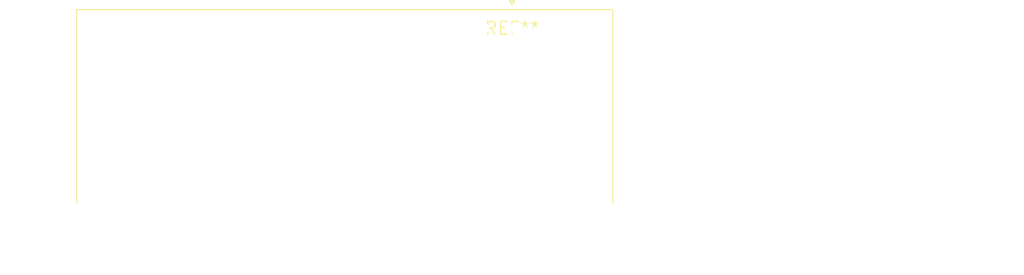
<source format=kicad_pcb>
(kicad_pcb (version 20240108) (generator pcbnew)
  (layers (0 "F.Cu" signal) (31 "B.Cu" signal) (34 "B.Paste" user) (35 "F.Paste" user) (36 "B.SilkS" user "B.Silkscreen") (37 "F.SilkS" user "F.Silkscreen") (38 "B.Mask" user) (39 "F.Mask" user) (44 "Edge.Cuts" user))
  (net 0 "")
  (footprint "DSUB-25_Female_Horizontal_P2.77x2.84mm_EdgePinOffset14.56mm_Housed_MountingHolesOffset8.20mm" (layer "F.Cu") (at 0 0)
    (property "Reference" "REF**")
    (property "Value" "DSUB-25_Female_Horizontal_P2.77x2.84mm_EdgePinOffset14.56mm_Housed_MountingHolesOffset8.20mm")
    (fp_line (start -43.23 -1.86) (end 9.99 -1.86) (layer "F.SilkS") (stroke (width 0.12)))
    (fp_line (start -43.23 17.34) (end -43.23 -1.86) (layer "F.SilkS") (stroke (width 0.12)))
    (fp_line (start -0.25 -2.754338) (end 0.25 -2.754338) (layer "F.SilkS") (stroke (width 0.12)))
    (fp_line (start 0 -2.321325) (end -0.25 -2.754338) (layer "F.SilkS") (stroke (width 0.12)))
    (fp_line (start 0.25 -2.754338) (end 0 -2.321325) (layer "F.SilkS") (stroke (width 0.12)))
    (fp_line (start 9.99 -1.86) (end 9.99 17.34) (layer "F.SilkS") (stroke (width 0.12)))
    (pad "0" thru_hole circle (at -40.17 9.2) (size 4 4) (drill 3.2) (layers *.Cu *.Mask) (remove_unused_layers))
    (pad "0" thru_hole circle (at 6.93 9.2) (size 4 4) (drill 3.2) (layers *.Cu *.Mask) (remove_unused_layers))
    (pad "1" thru_hole rect (at 0 0) (size 1.6 1.6) (drill 1) (layers *.Cu *.Mask) (remove_unused_layers))
    (pad "2" thru_hole circle (at -2.77 0) (size 1.6 1.6) (drill 1) (layers *.Cu *.Mask) (remove_unused_layers))
    (pad "3" thru_hole circle (at -5.54 0) (size 1.6 1.6) (drill 1) (layers *.Cu *.Mask) (remove_unused_layers))
    (pad "4" thru_hole circle (at -8.31 0) (size 1.6 1.6) (drill 1) (layers *.Cu *.Mask) (remove_unused_layers))
    (pad "5" thru_hole circle (at -11.08 0) (size 1.6 1.6) (drill 1) (layers *.Cu *.Mask) (remove_unused_layers))
    (pad "6" thru_hole circle (at -13.85 0) (size 1.6 1.6) (drill 1) (layers *.Cu *.Mask) (remove_unused_layers))
    (pad "7" thru_hole circle (at -16.62 0) (size 1.6 1.6) (drill 1) (layers *.Cu *.Mask) (remove_unused_layers))
    (pad "8" thru_hole circle (at -19.39 0) (size 1.6 1.6) (drill 1) (layers *.Cu *.Mask) (remove_unused_layers))
    (pad "9" thru_hole circle (at -22.16 0) (size 1.6 1.6) (drill 1) (layers *.Cu *.Mask) (remove_unused_layers))
    (pad "10" thru_hole circle (at -24.93 0) (size 1.6 1.6) (drill 1) (layers *.Cu *.Mask) (remove_unused_layers))
    (pad "11" thru_hole circle (at -27.7 0) (size 1.6 1.6) (drill 1) (layers *.Cu *.Mask) (remove_unused_layers))
    (pad "12" thru_hole circle (at -30.47 0) (size 1.6 1.6) (drill 1) (layers *.Cu *.Mask) (remove_unused_layers))
    (pad "13" thru_hole circle (at -33.24 0) (size 1.6 1.6) (drill 1) (layers *.Cu *.Mask) (remove_unused_layers))
    (pad "14" thru_hole circle (at -1.385 2.84) (size 1.6 1.6) (drill 1) (layers *.Cu *.Mask) (remove_unused_layers))
    (pad "15" thru_hole circle (at -4.155 2.84) (size 1.6 1.6) (drill 1) (layers *.Cu *.Mask) (remove_unused_layers))
    (pad "16" thru_hole circle (at -6.925 2.84) (size 1.6 1.6) (drill 1) (layers *.Cu *.Mask) (remove_unused_layers))
    (pad "17" thru_hole circle (at -9.695 2.84) (size 1.6 1.6) (drill 1) (layers *.Cu *.Mask) (remove_unused_layers))
    (pad "18" thru_hole circle (at -12.465 2.84) (size 1.6 1.6) (drill 1) (layers *.Cu *.Mask) (remove_unused_layers))
    (pad "19" thru_hole circle (at -15.235 2.84) (size 1.6 1.6) (drill 1) (layers *.Cu *.Mask) (remove_unused_layers))
    (pad "20" thru_hole circle (at -18.005 2.84) (size 1.6 1.6) (drill 1) (layers *.Cu *.Mask) (remove_unused_layers))
    (pad "21" thru_hole circle (at -20.775 2.84) (size 1.6 1.6) (drill 1) (layers *.Cu *.Mask) (remove_unused_layers))
    (pad "22" thru_hole circle (at -23.545 2.84) (size 1.6 1.6) (drill 1) (layers *.Cu *.Mask) (remove_unused_layers))
    (pad "23" thru_hole circle (at -26.315 2.84) (size 1.6 1.6) (drill 1) (layers *.Cu *.Mask) (remove_unused_layers))
    (pad "24" thru_hole circle (at -29.085 2.84) (size 1.6 1.6) (drill 1) (layers *.Cu *.Mask) (remove_unused_layers))
    (pad "25" thru_hole circle (at -31.855 2.84) (size 1.6 1.6) (drill 1) (layers *.Cu *.Mask) (remove_unused_layers))
  )
)
</source>
